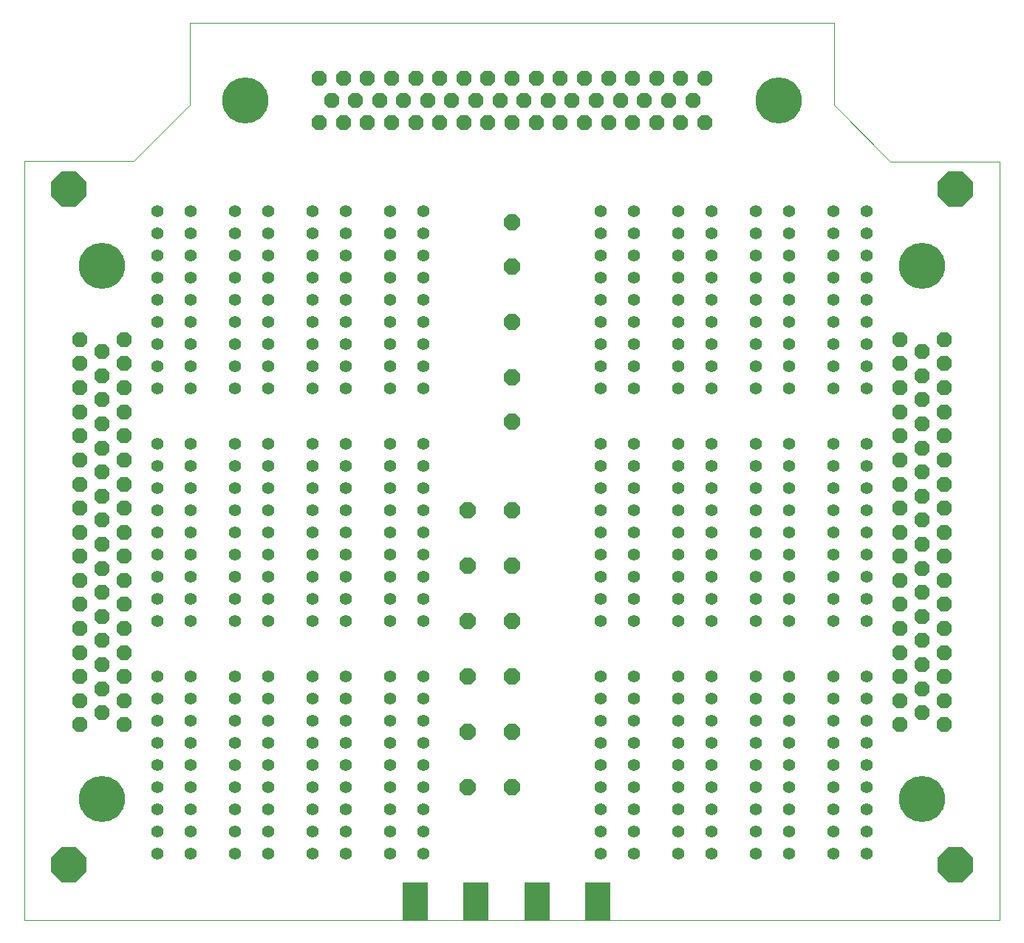
<source format=gts>
G75*
%MOIN*%
%OFA0B0*%
%FSLAX24Y24*%
%IPPOS*%
%LPD*%
%AMOC8*
5,1,8,0,0,1.08239X$1,22.5*
%
%ADD10C,0.0000*%
%ADD11C,0.0556*%
%ADD12OC8,0.0680*%
%ADD13C,0.2080*%
%ADD14R,0.1130X0.1730*%
%ADD15OC8,0.0730*%
%ADD16OC8,0.0710*%
%ADD17OC8,0.1582*%
D10*
X004180Y003851D02*
X004180Y038101D01*
X009105Y038101D01*
X011655Y040651D01*
X011655Y044351D01*
X040705Y044351D01*
X040705Y040626D01*
X043255Y038076D01*
X048180Y038076D01*
X048180Y003851D01*
X004180Y003851D01*
X020980Y003851D02*
X025380Y003851D01*
X026480Y003851D02*
X030880Y003851D01*
D11*
X030180Y006851D03*
X030180Y007851D03*
X030180Y008851D03*
X030180Y009851D03*
X030180Y010851D03*
X030180Y011851D03*
X030180Y012851D03*
X030180Y013851D03*
X030180Y014851D03*
X031680Y014851D03*
X031680Y013851D03*
X031680Y012851D03*
X031680Y011851D03*
X031680Y010851D03*
X031680Y009851D03*
X031680Y008851D03*
X031680Y007851D03*
X031680Y006851D03*
X033680Y006851D03*
X033680Y007851D03*
X033680Y008851D03*
X033680Y009851D03*
X033680Y010851D03*
X033680Y011851D03*
X033680Y012851D03*
X033680Y013851D03*
X033680Y014851D03*
X035180Y014851D03*
X035180Y013851D03*
X035180Y012851D03*
X035180Y011851D03*
X035180Y010851D03*
X035180Y009851D03*
X035180Y008851D03*
X035180Y007851D03*
X035180Y006851D03*
X037180Y006851D03*
X037180Y007851D03*
X037180Y008851D03*
X037180Y009851D03*
X037180Y010851D03*
X037180Y011851D03*
X037180Y012851D03*
X037180Y013851D03*
X037180Y014851D03*
X038680Y014851D03*
X038680Y013851D03*
X038680Y012851D03*
X038680Y011851D03*
X038680Y010851D03*
X038680Y009851D03*
X038680Y008851D03*
X038680Y007851D03*
X038680Y006851D03*
X040680Y006851D03*
X040680Y007851D03*
X040680Y008851D03*
X040680Y009851D03*
X040680Y010851D03*
X040680Y011851D03*
X040680Y012851D03*
X040680Y013851D03*
X040680Y014851D03*
X042180Y014851D03*
X042180Y013851D03*
X042180Y012851D03*
X042180Y011851D03*
X042180Y010851D03*
X042180Y009851D03*
X042180Y008851D03*
X042180Y007851D03*
X042180Y006851D03*
X042180Y017351D03*
X042180Y018351D03*
X042180Y019351D03*
X042180Y020351D03*
X042180Y021351D03*
X042180Y022351D03*
X042180Y023351D03*
X042180Y024351D03*
X042180Y025351D03*
X040680Y025351D03*
X040680Y024351D03*
X040680Y023351D03*
X040680Y022351D03*
X040680Y021351D03*
X040680Y020351D03*
X040680Y019351D03*
X040680Y018351D03*
X040680Y017351D03*
X038680Y017351D03*
X038680Y018351D03*
X038680Y019351D03*
X038680Y020351D03*
X038680Y021351D03*
X037180Y021351D03*
X037180Y020351D03*
X037180Y019351D03*
X037180Y018351D03*
X037180Y017351D03*
X035180Y017351D03*
X035180Y018351D03*
X035180Y019351D03*
X035180Y020351D03*
X035180Y021351D03*
X035180Y022351D03*
X035180Y023351D03*
X035180Y024351D03*
X035180Y025351D03*
X033680Y025351D03*
X033680Y024351D03*
X033680Y023351D03*
X033680Y022351D03*
X033680Y021351D03*
X033680Y020351D03*
X033680Y019351D03*
X033680Y018351D03*
X033680Y017351D03*
X031680Y017351D03*
X031680Y018351D03*
X031680Y019351D03*
X031680Y020351D03*
X031680Y021351D03*
X031680Y022351D03*
X031680Y023351D03*
X031680Y024351D03*
X031680Y025351D03*
X030180Y025351D03*
X030180Y024351D03*
X030180Y023351D03*
X030180Y022351D03*
X030180Y021351D03*
X030180Y020351D03*
X030180Y019351D03*
X030180Y018351D03*
X030180Y017351D03*
X037180Y022351D03*
X037180Y023351D03*
X037180Y024351D03*
X037180Y025351D03*
X038680Y025351D03*
X038680Y024351D03*
X038680Y023351D03*
X038680Y022351D03*
X038680Y027851D03*
X038680Y028851D03*
X038680Y029851D03*
X038680Y030851D03*
X038680Y031851D03*
X038680Y032851D03*
X038680Y033851D03*
X038680Y034851D03*
X038680Y035851D03*
X037180Y035851D03*
X037180Y034851D03*
X037180Y033851D03*
X037180Y032851D03*
X037180Y031851D03*
X037180Y030851D03*
X037180Y029851D03*
X037180Y028851D03*
X037180Y027851D03*
X035180Y027851D03*
X035180Y028851D03*
X035180Y029851D03*
X035180Y030851D03*
X035180Y031851D03*
X035180Y032851D03*
X035180Y033851D03*
X035180Y034851D03*
X035180Y035851D03*
X033680Y035851D03*
X033680Y034851D03*
X033680Y033851D03*
X033680Y032851D03*
X033680Y031851D03*
X033680Y030851D03*
X033680Y029851D03*
X033680Y028851D03*
X033680Y027851D03*
X031680Y027851D03*
X031680Y028851D03*
X031680Y029851D03*
X031680Y030851D03*
X031680Y031851D03*
X031680Y032851D03*
X031680Y033851D03*
X031680Y034851D03*
X031680Y035851D03*
X030180Y035851D03*
X030180Y034851D03*
X030180Y033851D03*
X030180Y032851D03*
X030180Y031851D03*
X030180Y030851D03*
X030180Y029851D03*
X030180Y028851D03*
X030180Y027851D03*
X022180Y027851D03*
X022180Y028851D03*
X022180Y029851D03*
X022180Y030851D03*
X022180Y031851D03*
X022180Y032851D03*
X022180Y033851D03*
X022180Y034851D03*
X022180Y035851D03*
X020680Y035851D03*
X020680Y034851D03*
X020680Y033851D03*
X020680Y032851D03*
X020680Y031851D03*
X020680Y030851D03*
X020680Y029851D03*
X020680Y028851D03*
X020680Y027851D03*
X018680Y027851D03*
X018680Y028851D03*
X018680Y029851D03*
X018680Y030851D03*
X018680Y031851D03*
X018680Y032851D03*
X018680Y033851D03*
X018680Y034851D03*
X018680Y035851D03*
X017180Y035851D03*
X017180Y034851D03*
X017180Y033851D03*
X017180Y032851D03*
X017180Y031851D03*
X017180Y030851D03*
X017180Y029851D03*
X017180Y028851D03*
X017180Y027851D03*
X015180Y027851D03*
X015180Y028851D03*
X015180Y029851D03*
X015180Y030851D03*
X015180Y031851D03*
X015180Y032851D03*
X015180Y033851D03*
X015180Y034851D03*
X015180Y035851D03*
X013680Y035851D03*
X013680Y034851D03*
X013680Y033851D03*
X013680Y032851D03*
X013680Y031851D03*
X013680Y030851D03*
X013680Y029851D03*
X013680Y028851D03*
X013680Y027851D03*
X011680Y027851D03*
X011680Y028851D03*
X011680Y029851D03*
X011680Y030851D03*
X011680Y031851D03*
X011680Y032851D03*
X011680Y033851D03*
X011680Y034851D03*
X011680Y035851D03*
X010180Y035851D03*
X010180Y034851D03*
X010180Y033851D03*
X010180Y032851D03*
X010180Y031851D03*
X010180Y030851D03*
X010180Y029851D03*
X010180Y028851D03*
X010180Y027851D03*
X010180Y025351D03*
X010180Y024351D03*
X010180Y023351D03*
X010180Y022351D03*
X010180Y021351D03*
X010180Y020351D03*
X010180Y019351D03*
X010180Y018351D03*
X010180Y017351D03*
X011680Y017351D03*
X011680Y018351D03*
X011680Y019351D03*
X011680Y020351D03*
X011680Y021351D03*
X011680Y022351D03*
X011680Y023351D03*
X011680Y024351D03*
X011680Y025351D03*
X013680Y025351D03*
X013680Y024351D03*
X013680Y023351D03*
X013680Y022351D03*
X015180Y022351D03*
X015180Y023351D03*
X015180Y024351D03*
X015180Y025351D03*
X017180Y025351D03*
X017180Y024351D03*
X017180Y023351D03*
X017180Y022351D03*
X017180Y021351D03*
X017180Y020351D03*
X017180Y019351D03*
X017180Y018351D03*
X017180Y017351D03*
X018680Y017351D03*
X018680Y018351D03*
X018680Y019351D03*
X018680Y020351D03*
X018680Y021351D03*
X018680Y022351D03*
X018680Y023351D03*
X018680Y024351D03*
X018680Y025351D03*
X020680Y025351D03*
X020680Y024351D03*
X020680Y023351D03*
X020680Y022351D03*
X020680Y021351D03*
X020680Y020351D03*
X020680Y019351D03*
X020680Y018351D03*
X020680Y017351D03*
X022180Y017351D03*
X022180Y018351D03*
X022180Y019351D03*
X022180Y020351D03*
X022180Y021351D03*
X022180Y022351D03*
X022180Y023351D03*
X022180Y024351D03*
X022180Y025351D03*
X015180Y021351D03*
X015180Y020351D03*
X015180Y019351D03*
X015180Y018351D03*
X015180Y017351D03*
X013680Y017351D03*
X013680Y018351D03*
X013680Y019351D03*
X013680Y020351D03*
X013680Y021351D03*
X013680Y014851D03*
X013680Y013851D03*
X013680Y012851D03*
X013680Y011851D03*
X013680Y010851D03*
X013680Y009851D03*
X013680Y008851D03*
X013680Y007851D03*
X013680Y006851D03*
X015180Y006851D03*
X015180Y007851D03*
X015180Y008851D03*
X015180Y009851D03*
X015180Y010851D03*
X015180Y011851D03*
X015180Y012851D03*
X015180Y013851D03*
X015180Y014851D03*
X017180Y014851D03*
X017180Y013851D03*
X017180Y012851D03*
X017180Y011851D03*
X017180Y010851D03*
X017180Y009851D03*
X017180Y008851D03*
X017180Y007851D03*
X017180Y006851D03*
X018680Y006851D03*
X018680Y007851D03*
X018680Y008851D03*
X018680Y009851D03*
X018680Y010851D03*
X018680Y011851D03*
X018680Y012851D03*
X018680Y013851D03*
X018680Y014851D03*
X020680Y014851D03*
X020680Y013851D03*
X020680Y012851D03*
X020680Y011851D03*
X020680Y010851D03*
X020680Y009851D03*
X020680Y008851D03*
X020680Y007851D03*
X020680Y006851D03*
X022180Y006851D03*
X022180Y007851D03*
X022180Y008851D03*
X022180Y009851D03*
X022180Y010851D03*
X022180Y011851D03*
X022180Y012851D03*
X022180Y013851D03*
X022180Y014851D03*
X011680Y014851D03*
X011680Y013851D03*
X011680Y012851D03*
X011680Y011851D03*
X011680Y010851D03*
X011680Y009851D03*
X011680Y008851D03*
X011680Y007851D03*
X011680Y006851D03*
X010180Y006851D03*
X010180Y007851D03*
X010180Y008851D03*
X010180Y009851D03*
X010180Y010851D03*
X010180Y011851D03*
X010180Y012851D03*
X010180Y013851D03*
X010180Y014851D03*
X040680Y027851D03*
X040680Y028851D03*
X040680Y029851D03*
X040680Y030851D03*
X040680Y031851D03*
X040680Y032851D03*
X040680Y033851D03*
X040680Y034851D03*
X040680Y035851D03*
X042180Y035851D03*
X042180Y034851D03*
X042180Y033851D03*
X042180Y032851D03*
X042180Y031851D03*
X042180Y030851D03*
X042180Y029851D03*
X042180Y028851D03*
X042180Y027851D03*
D12*
X043680Y027871D03*
X043680Y028961D03*
X043680Y030041D03*
X044680Y029501D03*
X044680Y028411D03*
X044680Y027331D03*
X044680Y026241D03*
X043680Y026781D03*
X043680Y025701D03*
X043680Y024611D03*
X043680Y023521D03*
X043680Y022441D03*
X044680Y022981D03*
X044680Y024061D03*
X044680Y025151D03*
X045680Y024611D03*
X045680Y025701D03*
X045680Y026781D03*
X045680Y027871D03*
X045680Y028961D03*
X045680Y030041D03*
X045680Y023521D03*
X045680Y022441D03*
X044680Y021891D03*
X043680Y021351D03*
X043680Y020261D03*
X043680Y019181D03*
X043680Y018091D03*
X043680Y017001D03*
X044680Y017541D03*
X044680Y018631D03*
X044680Y019721D03*
X044680Y020801D03*
X045680Y020261D03*
X045680Y019181D03*
X045680Y018091D03*
X045680Y017001D03*
X044680Y016461D03*
X044680Y015371D03*
X044680Y014281D03*
X044680Y013201D03*
X043680Y013741D03*
X043680Y012661D03*
X045680Y012661D03*
X045680Y013741D03*
X045680Y014831D03*
X045680Y015921D03*
X043680Y015921D03*
X043680Y014831D03*
X045680Y021351D03*
X034870Y039851D03*
X033790Y039851D03*
X032700Y039851D03*
X031610Y039851D03*
X030530Y039851D03*
X029440Y039851D03*
X028350Y039851D03*
X027270Y039851D03*
X026180Y039851D03*
X026720Y040851D03*
X027810Y040851D03*
X028890Y040851D03*
X029980Y040851D03*
X031070Y040851D03*
X032160Y040851D03*
X033240Y040851D03*
X034330Y040851D03*
X033790Y041851D03*
X034870Y041851D03*
X032700Y041851D03*
X031610Y041851D03*
X030530Y041851D03*
X029440Y041851D03*
X028350Y041851D03*
X027270Y041851D03*
X026180Y041851D03*
X025630Y040851D03*
X024550Y040851D03*
X023460Y040851D03*
X022370Y040851D03*
X021290Y040851D03*
X020200Y040851D03*
X019110Y040851D03*
X018030Y040851D03*
X017490Y041851D03*
X018570Y041851D03*
X019660Y041851D03*
X020750Y041851D03*
X021830Y041851D03*
X022920Y041851D03*
X024010Y041851D03*
X025090Y041851D03*
X025090Y039851D03*
X024010Y039851D03*
X022920Y039851D03*
X021830Y039851D03*
X020750Y039851D03*
X019660Y039851D03*
X018570Y039851D03*
X017490Y039851D03*
X008680Y030041D03*
X008680Y028961D03*
X008680Y027871D03*
X008680Y026781D03*
X007680Y026241D03*
X007680Y027331D03*
X007680Y028411D03*
X007680Y029501D03*
X006680Y030041D03*
X006680Y028961D03*
X006680Y027871D03*
X006680Y026781D03*
X006680Y025701D03*
X006680Y024611D03*
X006680Y023521D03*
X006680Y022441D03*
X007680Y022981D03*
X007680Y024061D03*
X007680Y025151D03*
X008680Y024611D03*
X008680Y025701D03*
X008680Y023521D03*
X008680Y022441D03*
X007680Y021891D03*
X006680Y021351D03*
X006680Y020261D03*
X006680Y019181D03*
X006680Y018091D03*
X006680Y017001D03*
X007680Y017541D03*
X007680Y018631D03*
X007680Y019721D03*
X007680Y020801D03*
X008680Y020261D03*
X008680Y019181D03*
X008680Y018091D03*
X008680Y017001D03*
X007680Y016461D03*
X007680Y015371D03*
X007680Y014281D03*
X007680Y013201D03*
X006680Y013741D03*
X006680Y012661D03*
X008680Y012661D03*
X008680Y013741D03*
X008680Y014831D03*
X008680Y015921D03*
X006680Y015921D03*
X006680Y014831D03*
X008680Y021351D03*
D13*
X007680Y009321D03*
X007680Y033381D03*
X014150Y040851D03*
X038210Y040851D03*
X044680Y033381D03*
X044680Y009321D03*
D14*
X030056Y004683D03*
X027304Y004683D03*
X024556Y004683D03*
X021804Y004683D03*
D15*
X026180Y026351D03*
X026180Y028351D03*
X026180Y030851D03*
X026180Y033351D03*
X026180Y035351D03*
D16*
X026180Y022351D03*
X024180Y022351D03*
X024180Y019851D03*
X026180Y019851D03*
X026180Y017351D03*
X024180Y017351D03*
X024180Y014851D03*
X026180Y014851D03*
X026180Y012351D03*
X024180Y012351D03*
X024180Y009851D03*
X026180Y009851D03*
D17*
X046180Y006351D03*
X046180Y036851D03*
X006180Y036851D03*
X006180Y006351D03*
M02*

</source>
